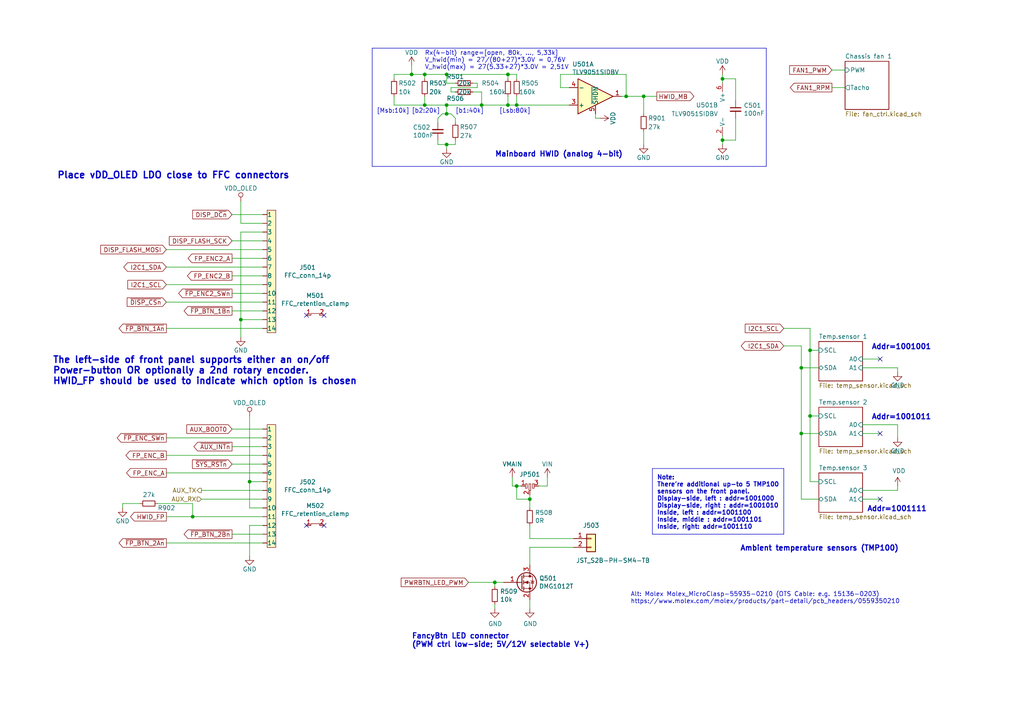
<source format=kicad_sch>
(kicad_sch (version 20231120) (generator "eeschema") (generator_version "8.0")
  (paper "A4")
  (title_block (title "Front-side and internal connectors") (date "2020-08-03") (rev "R0.1") (company "SolderingStationGroup : Jonny Svärd / Mathias Johansson / Magnus Thulesius"))
  (lib_symbols
    (symbol "Connector_Generic:Conn_01x02" (pin_names (offset 1.016) hide)
      (property "Reference" "J" (at 0 2.54 0))
      (property "Value" "Conn_01x02" (at 0 -5.08 0))
      (symbol "Conn_01x02_1_1"
        (rectangle (start -1.27 -2.413) (end 0 -2.667) (stroke (width 0.1524)))
        (rectangle (start -1.27 0.127) (end 0 -0.127) (stroke (width 0.1524)))
        (rectangle (start -1.27 1.27) (end 1.27 -3.81) (stroke (width 0.254)) (fill (type background)))
        (pin passive line (at -5.08 0 0) (length 3.81) (name "Pin_1") (number "1"))
        (pin passive line (at -5.08 -2.54 0) (length 3.81) (name "Pin_2") (number "2"))
      )
    )
    (symbol "Device:C_Small" (pin_numbers hide) (pin_names (offset 0.254) hide)
      (property "Reference" "C" (at 0.254 1.778 0))
      (property "Value" "C_Small" (at 0.254 -2.032 0))
      (symbol "C_Small_0_1"
        (polyline (pts (xy -1.524 -0.508) (xy 1.524 -0.508)) (stroke (width 0.3302)))
        (polyline (pts (xy -1.524 0.508) (xy 1.524 0.508)) (stroke (width 0.3048)))
      )
      (symbol "C_Small_1_1"
        (pin passive line (at 0 2.54 270) (length 2.032) (name "~") (number "1"))
        (pin passive line (at 0 -2.54 90) (length 2.032) (name "~") (number "2"))
      )
    )
    (symbol "Device:R_Small" (pin_numbers hide) (pin_names (offset 0.254) hide)
      (property "Reference" "R" (at 0.762 0.508 0))
      (property "Value" "R_Small" (at 0.762 -1.016 0))
      (symbol "R_Small_0_1"
        (rectangle (start -0.762 1.778) (end 0.762 -1.778) (stroke (width 0.2032)))
      )
      (symbol "R_Small_1_1"
        (pin passive line (at 0 2.54 270) (length 0.762) (name "~") (number "1"))
        (pin passive line (at 0 -2.54 90) (length 0.762) (name "~") (number "2"))
      )
    )
    (symbol "customlib_mj:DMG1012T" (pin_names (offset 0) hide)
      (property "Reference" "Q" (at -1.27 -3.81 0))
      (property "Value" "DMG1012T" (at 5.715 0 90))
      (symbol "DMG1012T_0_1"
        (polyline (pts (xy 0.0508 0) (xy 0.254 0)))
        (polyline (pts (xy 0.762 -1.778) (xy 2.54 -1.778)))
        (polyline (pts (xy 0.762 -1.27) (xy 0.762 -2.286)) (stroke (width 0.254)))
        (polyline (pts (xy 0.762 0) (xy 2.54 0)))
        (polyline (pts (xy 0.762 0.508) (xy 0.762 -0.508)) (stroke (width 0.254)))
        (polyline (pts (xy 0.762 1.778) (xy 2.54 1.778)))
        (polyline (pts (xy 0.762 2.286) (xy 0.762 1.27)) (stroke (width 0.254)))
        (polyline (pts (xy 2.54 -1.778) (xy 2.54 -2.54)))
        (polyline (pts (xy 2.54 -1.778) (xy 2.54 0)))
        (polyline (pts (xy 2.54 2.54) (xy 2.54 1.778)))
        (polyline (pts (xy 0.254 1.905) (xy 0.254 -1.905) (xy 0.254 -1.905)) (stroke (width 0.254)))
        (polyline (pts (xy 1.016 0) (xy 2.032 0.381) (xy 2.032 -0.381) (xy 1.016 0)) (fill (type outline)))
        (polyline (pts (xy 2.54 -1.778) (xy 3.302 -1.778) (xy 3.302 1.778) (xy 2.54 1.778)))
        (polyline (pts (xy 2.794 0.508) (xy 2.921 0.381) (xy 3.683 0.381) (xy 3.81 0.254)))
        (polyline (pts (xy 3.302 0.381) (xy 2.921 -0.254) (xy 3.683 -0.254) (xy 3.302 0.381)))
        (circle (center 1.651 0) (radius 2.8194) (stroke (width 0.254)))
        (circle (center 2.54 -1.778) (radius 0.2794) (fill (type outline)))
        (circle (center 2.54 1.778) (radius 0.2794) (fill (type outline)))
      )
      (symbol "DMG1012T_1_1"
        (pin input line (at -5.08 0 0) (length 5.08) (name "G") (number "1"))
        (pin passive line (at 2.54 -5.08 90) (length 2.54) (name "S") (number "2"))
        (pin passive line (at 2.54 5.08 270) (length 2.54) (name "D") (number "3"))
      )
    )
    (symbol "customlib_mj:FFC_conn_14p" (pin_numbers hide) (pin_names (offset 0.0254))
      (property "Reference" "J" (at 0 -19.05 0))
      (property "Value" "FFC_conn_14p" (at 2.54 0 90))
      (symbol "FFC_conn_14p_0_1"
        (rectangle (start -1.27 17.78) (end 1.27 -17.78) (fill (type background)))
      )
      (symbol "FFC_conn_14p_1_1"
        (pin passive line (at -2.54 16.51 0) (length 1.27) (name "1") (number "1"))
        (pin passive line (at -2.54 -6.35 0) (length 1.27) (name "10") (number "10"))
        (pin passive line (at -2.54 -8.89 0) (length 1.27) (name "11") (number "11"))
        (pin passive line (at -2.54 -11.43 0) (length 1.27) (name "12") (number "12"))
        (pin passive line (at -2.54 -13.97 0) (length 1.27) (name "13") (number "13"))
        (pin passive line (at -2.54 -16.51 0) (length 1.27) (name "14") (number "14"))
        (pin no_connect line (at 2.54 17.78 180) (length 1.27) hide (name "~") (number "15"))
        (pin no_connect line (at 2.54 -17.78 180) (length 1.27) hide (name "~") (number "16"))
        (pin passive line (at -2.54 13.97 0) (length 1.27) (name "2") (number "2"))
        (pin passive line (at -2.54 11.43 0) (length 1.27) (name "3") (number "3"))
        (pin passive line (at -2.54 8.89 0) (length 1.27) (name "4") (number "4"))
        (pin passive line (at -2.54 6.35 0) (length 1.27) (name "5") (number "5"))
        (pin passive line (at -2.54 3.81 0) (length 1.27) (name "6") (number "6"))
        (pin passive line (at -2.54 1.27 0) (length 1.27) (name "7") (number "7"))
        (pin passive line (at -2.54 -1.27 0) (length 1.27) (name "8") (number "8"))
        (pin passive line (at -2.54 -3.81 0) (length 1.27) (name "9") (number "9"))
      )
    )
    (symbol "customlib_mj:FFC_retention_clamp" (pin_names (offset 1.016))
      (property "Reference" "M" (at 0 2.54 0))
      (property "Value" "FFC_retention_clamp" (at 0 -1.27 0))
      (symbol "FFC_retention_clamp_0_1"
        (polyline (pts (xy -1.27 0) (xy -1.27 0.508) (xy 1.27 0.508) (xy 1.27 0)))
      )
      (symbol "FFC_retention_clamp_1_1"
        (pin passive line (at -2.54 0 0) (length 1.27) (name "~") (number "1"))
        (pin passive line (at 2.54 0 180) (length 1.27) (name "~") (number "2"))
      )
    )
    (symbol "customlib_mj:TLV9051SIDBV" (pin_names (offset 0.127))
      (property "Reference" "U" (at 1.27 3.81 0))
      (property "Value" "TLV9051SIDBV" (at -2.54 -5.08 0))
      (symbol "TLV9051SIDBV_1_1"
        (polyline (pts (xy -5.08 5.08) (xy 5.08 0) (xy -5.08 -5.08) (xy -5.08 5.08)) (stroke (width 0.254)) (fill (type background)))
        (pin output line (at 7.62 0 180) (length 2.54) (name "~") (number "1"))
        (pin input line (at -7.62 2.54 0) (length 2.54) (name "+") (number "3"))
        (pin input line (at -7.62 -2.54 0) (length 2.54) (name "-") (number "4"))
        (pin input line (at 0 5.08 270) (length 2.54) (name "~{SHDN}") (number "5"))
      )
      (symbol "TLV9051SIDBV_2_1"
        (pin power_in line (at 0 -7.62 90) (length 2.54) (name "V-") (number "2"))
        (pin power_in line (at 0 7.62 270) (length 2.54) (name "V+") (number "6"))
      )
    )
    (symbol "customlib_mj:VDD_OLED" (power) (pin_names (offset 0))
      (property "Value" "VDD_OLED" (at 0 3.81 0))
      (symbol "VDD_OLED_0_1"
        (polyline (pts (xy 0 0) (xy 0 1.27)))
        (circle (center 0 1.905) (radius 0.635))
      )
      (symbol "VDD_OLED_1_1"
        (pin power_in line (at 0 0 90) (length 0) hide (name "VDD_OLED") (number "1"))
      )
    )
    (symbol "customlib_mj:VIN" (power) (pin_names (offset 0))
      (property "Value" "VIN" (at 0 3.81 0))
      (symbol "VIN_0_1"
        (polyline (pts (xy -0.762 1.27) (xy 0 2.54)))
        (polyline (pts (xy 0 0) (xy 0 2.54)))
        (polyline (pts (xy 0 2.54) (xy 0.762 1.27)))
      )
      (symbol "VIN_1_1"
        (pin power_in line (at 0 0 90) (length 0) hide (name "VIN") (number "1"))
      )
    )
    (symbol "customlib_mj:VMAIN" (power) (pin_names (offset 0))
      (property "Value" "VMAIN" (at 0 3.81 0))
      (symbol "VMAIN_0_1"
        (polyline (pts (xy -0.762 1.27) (xy 0 2.54)))
        (polyline (pts (xy 0 0) (xy 0 2.54)))
        (polyline (pts (xy 0 2.54) (xy 0.762 1.27)))
      )
      (symbol "VMAIN_1_1"
        (pin power_in line (at 0 0 90) (length 0) hide (name "VMAIN") (number "1"))
      )
    )
    (symbol "customlib_mj:dogbone_3_ud" (pin_names (offset 1.016))
      (property "Reference" "JP" (at 0 1.905 0))
      (symbol "dogbone_3_ud_0_1"
        (rectangle (start -1.27 0.635) (end -0.762 -0.635))
        (rectangle (start -0.254 0.635) (end 0.254 -1.27))
        (rectangle (start 1.27 0.635) (end 0.762 -0.635))
      )
      (symbol "dogbone_3_ud_1_1"
        (pin passive line (at -2.54 0 0) (length 1.27) (name "~") (number "1"))
        (pin passive line (at 0 -2.54 90) (length 1.27) (name "~") (number "2"))
        (pin passive line (at 2.54 0 180) (length 1.27) (name "~") (number "3"))
      )
    )
    (symbol "power:GND" (power) (pin_names (offset 0))
      (property "Value" "GND" (at 0 -3.81 0))
      (symbol "GND_0_1"
        (polyline (pts (xy 0 0) (xy 0 -1.27) (xy 1.27 -1.27) (xy 0 -2.54) (xy -1.27 -1.27) (xy 0 -1.27)))
      )
      (symbol "GND_1_1"
        (pin power_in line (at 0 0 270) (length 0) hide (name "GND") (number "1"))
      )
    )
    (symbol "power:VDD" (power) (pin_names (offset 0))
      (property "Value" "VDD" (at 0 3.81 0))
      (symbol "VDD_0_1"
        (polyline (pts (xy -0.762 1.27) (xy 0 2.54)))
        (polyline (pts (xy 0 0) (xy 0 2.54)))
        (polyline (pts (xy 0 2.54) (xy 0.762 1.27)))
      )
      (symbol "VDD_1_1"
        (pin power_in line (at 0 0 90) (length 0) hide (name "VDD") (number "1"))
      )
    )
  )
  (junction (at 129.54 33.02))
  (junction (at 129.54 30.48))
  (junction (at 123.19 30.48))
  (junction (at 147.32 21.59))
  (junction (at 181.61 27.94))
  (junction (at 72.39 139.7))
  (junction (at 147.32 30.48))
  (junction (at 232.41 106.68))
  (junction (at 139.7 30.48))
  (junction (at 123.19 21.59))
  (junction (at 209.55 22.86))
  (junction (at 119.38 21.59))
  (junction (at 129.54 21.59))
  (junction (at 209.55 40.64))
  (junction (at 232.41 125.73))
  (junction (at 153.67 144.78))
  (junction (at 143.51 168.91))
  (junction (at 234.95 101.6))
  (junction (at 69.85 92.71))
  (junction (at 55.88 149.86))
  (junction (at 149.86 140.97))
  (junction (at 129.54 41.91))
  (junction (at 186.69 27.94))
  (junction (at 149.86 30.48))
  (junction (at 234.95 120.65))
  (no_connect (at 88.9 152.4))
  (no_connect (at 93.98 152.4))
  (no_connect (at 255.27 144.78))
  (no_connect (at 93.98 91.44))
  (no_connect (at 88.9 91.44))
  (no_connect (at 255.27 104.14))
  (no_connect (at 255.27 125.73))
  (wire (pts (xy 69.85 92.71) (xy 69.85 97.79)))
  (wire (pts (xy 130.81 33.02) (xy 129.54 33.02)))
  (wire (pts (xy 132.08 34.29) (xy 130.81 33.02)))
  (wire (pts (xy 76.2 82.55) (xy 48.26 82.55)))
  (wire (pts (xy 76.2 90.17) (xy 67.31 90.17)))
  (wire (pts (xy 260.35 142.24) (xy 260.35 140.97)))
  (wire (pts (xy 76.2 127) (xy 48.26 127)))
  (wire (pts (xy 132.08 35.56) (xy 132.08 34.29)))
  (wire (pts (xy 76.2 62.23) (xy 67.31 62.23)))
  (wire (pts (xy 123.19 22.86) (xy 123.19 21.59)))
  (wire (pts (xy 260.35 107.95) (xy 260.35 106.68)))
  (wire (pts (xy 153.67 144.78) (xy 153.67 143.51)))
  (wire (pts (xy 234.95 101.6) (xy 234.95 95.25)))
  (wire (pts (xy 67.31 80.01) (xy 76.2 80.01)))
  (wire (pts (xy 149.86 30.48) (xy 165.1 30.48)))
  (wire (pts (xy 76.2 137.16) (xy 48.26 137.16)))
  (wire (pts (xy 123.19 30.48) (xy 129.54 30.48)))
  (wire (pts (xy 135.89 168.91) (xy 143.51 168.91)))
  (wire (pts (xy 209.55 40.64) (xy 209.55 39.37)))
  (wire (pts (xy 69.85 67.31) (xy 69.85 92.71)))
  (wire (pts (xy 35.56 146.05) (xy 40.64 146.05)))
  (polyline (pts (xy 227.33 154.94) (xy 227.33 135.89)))
  (wire (pts (xy 72.39 120.65) (xy 72.39 139.7)))
  (wire (pts (xy 162.56 25.4) (xy 162.56 21.59)))
  (wire (pts (xy 250.19 104.14) (xy 255.27 104.14)))
  (wire (pts (xy 147.32 21.59) (xy 149.86 21.59)))
  (wire (pts (xy 76.2 87.63) (xy 48.26 87.63)))
  (wire (pts (xy 69.85 64.77) (xy 69.85 58.42)))
  (wire (pts (xy 67.31 74.93) (xy 76.2 74.93)))
  (wire (pts (xy 186.69 27.94) (xy 190.5 27.94)))
  (wire (pts (xy 234.95 139.7) (xy 234.95 120.65)))
  (wire (pts (xy 130.81 25.4) (xy 130.81 26.67)))
  (wire (pts (xy 213.36 22.86) (xy 209.55 22.86)))
  (wire (pts (xy 209.55 41.91) (xy 209.55 40.64)))
  (wire (pts (xy 76.2 129.54) (xy 67.31 129.54)))
  (polyline (pts (xy 107.95 13.97) (xy 107.95 48.26)))
  (wire (pts (xy 137.16 24.13) (xy 138.43 24.13)))
  (wire (pts (xy 250.19 142.24) (xy 260.35 142.24)))
  (wire (pts (xy 260.35 106.68) (xy 250.19 106.68)))
  (wire (pts (xy 260.35 123.19) (xy 250.19 123.19)))
  (wire (pts (xy 137.16 26.67) (xy 139.7 26.67)))
  (wire (pts (xy 119.38 21.59) (xy 123.19 21.59)))
  (polyline (pts (xy 222.25 13.97) (xy 107.95 13.97)))
  (polyline (pts (xy 107.95 48.26) (xy 222.25 48.26)))
  (wire (pts (xy 234.95 95.25) (xy 227.33 95.25)))
  (wire (pts (xy 153.67 163.83) (xy 153.67 158.75)))
  (wire (pts (xy 72.39 139.7) (xy 76.2 139.7)))
  (wire (pts (xy 114.3 30.48) (xy 123.19 30.48)))
  (wire (pts (xy 76.2 77.47) (xy 48.26 77.47)))
  (wire (pts (xy 153.67 152.4) (xy 153.67 156.21)))
  (wire (pts (xy 129.54 21.59) (xy 147.32 21.59)))
  (wire (pts (xy 181.61 27.94) (xy 180.34 27.94)))
  (wire (pts (xy 143.51 170.18) (xy 143.51 168.91)))
  (wire (pts (xy 119.38 19.05) (xy 119.38 21.59)))
  (wire (pts (xy 149.86 27.94) (xy 149.86 30.48)))
  (wire (pts (xy 147.32 27.94) (xy 147.32 30.48)))
  (wire (pts (xy 76.2 144.78) (xy 58.42 144.78)))
  (wire (pts (xy 213.36 40.64) (xy 213.36 34.29)))
  (wire (pts (xy 234.95 120.65) (xy 234.95 101.6)))
  (wire (pts (xy 128.27 33.02) (xy 127 34.29)))
  (wire (pts (xy 76.2 142.24) (xy 58.42 142.24)))
  (wire (pts (xy 127 40.64) (xy 127 41.91)))
  (wire (pts (xy 260.35 127) (xy 260.35 123.19)))
  (polyline (pts (xy 227.33 135.89) (xy 189.23 135.89)))
  (wire (pts (xy 129.54 30.48) (xy 139.7 30.48)))
  (wire (pts (xy 130.81 26.67) (xy 132.08 26.67)))
  (wire (pts (xy 153.67 158.75) (xy 166.37 158.75)))
  (wire (pts (xy 132.08 24.13) (xy 129.54 24.13)))
  (wire (pts (xy 55.88 146.05) (xy 55.88 149.86)))
  (wire (pts (xy 148.59 140.97) (xy 149.86 140.97)))
  (wire (pts (xy 241.3 20.32) (xy 245.11 20.32)))
  (wire (pts (xy 173.99 34.29) (xy 172.72 34.29)))
  (wire (pts (xy 76.2 132.08) (xy 48.26 132.08)))
  (wire (pts (xy 213.36 29.21) (xy 213.36 22.86)))
  (wire (pts (xy 245.11 25.4) (xy 241.3 25.4)))
  (wire (pts (xy 209.55 40.64) (xy 213.36 40.64)))
  (wire (pts (xy 35.56 147.32) (xy 35.56 146.05)))
  (wire (pts (xy 153.67 156.21) (xy 166.37 156.21)))
  (wire (pts (xy 138.43 25.4) (xy 130.81 25.4)))
  (wire (pts (xy 76.2 147.32) (xy 72.39 147.32)))
  (wire (pts (xy 69.85 67.31) (xy 76.2 67.31)))
  (wire (pts (xy 162.56 21.59) (xy 181.61 21.59)))
  (wire (pts (xy 138.43 24.13) (xy 138.43 25.4)))
  (wire (pts (xy 76.2 72.39) (xy 48.26 72.39)))
  (wire (pts (xy 76.2 64.77) (xy 69.85 64.77)))
  (wire (pts (xy 72.39 152.4) (xy 72.39 161.29)))
  (wire (pts (xy 153.67 147.32) (xy 153.67 144.78)))
  (polyline (pts (xy 189.23 154.94) (xy 227.33 154.94)))
  (wire (pts (xy 250.19 144.78) (xy 255.27 144.78)))
  (wire (pts (xy 139.7 30.48) (xy 147.32 30.48)))
  (wire (pts (xy 67.31 85.09) (xy 76.2 85.09)))
  (wire (pts (xy 237.49 120.65) (xy 234.95 120.65)))
  (wire (pts (xy 232.41 144.78) (xy 232.41 125.73)))
  (wire (pts (xy 156.21 140.97) (xy 158.75 140.97)))
  (wire (pts (xy 127 35.56) (xy 127 34.29)))
  (wire (pts (xy 114.3 21.59) (xy 119.38 21.59)))
  (wire (pts (xy 129.54 41.91) (xy 129.54 43.18)))
  (wire (pts (xy 237.49 144.78) (xy 232.41 144.78)))
  (wire (pts (xy 45.72 146.05) (xy 55.88 146.05)))
  (wire (pts (xy 114.3 22.86) (xy 114.3 21.59)))
  (wire (pts (xy 172.72 34.29) (xy 172.72 33.02)))
  (wire (pts (xy 76.2 134.62) (xy 67.31 134.62)))
  (wire (pts (xy 165.1 25.4) (xy 162.56 25.4)))
  (wire (pts (xy 186.69 41.91) (xy 186.69 38.1)))
  (wire (pts (xy 143.51 176.53) (xy 143.51 175.26)))
  (wire (pts (xy 209.55 24.13) (xy 209.55 22.86)))
  (wire (pts (xy 72.39 147.32) (xy 72.39 139.7)))
  (wire (pts (xy 149.86 21.59) (xy 149.86 22.86)))
  (wire (pts (xy 48.26 157.48) (xy 76.2 157.48)))
  (wire (pts (xy 132.08 41.91) (xy 132.08 40.64)))
  (wire (pts (xy 127 41.91) (xy 129.54 41.91)))
  (wire (pts (xy 123.19 21.59) (xy 129.54 21.59)))
  (wire (pts (xy 149.86 140.97) (xy 149.86 144.78)))
  (wire (pts (xy 232.41 100.33) (xy 227.33 100.33)))
  (polyline (pts (xy 189.23 135.89) (xy 189.23 154.94)))
  (wire (pts (xy 147.32 22.86) (xy 147.32 21.59)))
  (wire (pts (xy 186.69 33.02) (xy 186.69 27.94)))
  (wire (pts (xy 250.19 125.73) (xy 255.27 125.73)))
  (wire (pts (xy 158.75 140.97) (xy 158.75 138.43)))
  (wire (pts (xy 147.32 30.48) (xy 149.86 30.48)))
  (wire (pts (xy 76.2 92.71) (xy 69.85 92.71)))
  (wire (pts (xy 76.2 124.46) (xy 67.31 124.46)))
  (wire (pts (xy 76.2 95.25) (xy 48.26 95.25)))
  (wire (pts (xy 153.67 173.99) (xy 153.67 176.53)))
  (wire (pts (xy 232.41 106.68) (xy 232.41 100.33)))
  (wire (pts (xy 76.2 149.86) (xy 55.88 149.86)))
  (wire (pts (xy 209.55 22.86) (xy 209.55 21.59)))
  (wire (pts (xy 76.2 69.85) (xy 67.31 69.85)))
  (wire (pts (xy 143.51 168.91) (xy 146.05 168.91)))
  (wire (pts (xy 149.86 140.97) (xy 151.13 140.97)))
  (wire (pts (xy 237.49 125.73) (xy 232.41 125.73)))
  (wire (pts (xy 55.88 149.86) (xy 48.26 149.86)))
  (wire (pts (xy 237.49 106.68) (xy 232.41 106.68)))
  (wire (pts (xy 148.59 138.43) (xy 148.59 140.97)))
  (wire (pts (xy 129.54 24.13) (xy 129.54 21.59)))
  (wire (pts (xy 139.7 26.67) (xy 139.7 30.48)))
  (wire (pts (xy 129.54 33.02) (xy 129.54 30.48)))
  (polyline (pts (xy 222.25 48.26) (xy 222.25 13.97)))
  (wire (pts (xy 237.49 139.7) (xy 234.95 139.7)))
  (wire (pts (xy 76.2 152.4) (xy 72.39 152.4)))
  (wire (pts (xy 76.2 154.94) (xy 67.31 154.94)))
  (wire (pts (xy 129.54 33.02) (xy 128.27 33.02)))
  (wire (pts (xy 232.41 125.73) (xy 232.41 106.68)))
  (wire (pts (xy 129.54 41.91) (xy 132.08 41.91)))
  (wire (pts (xy 149.86 144.78) (xy 153.67 144.78)))
  (wire (pts (xy 237.49 101.6) (xy 234.95 101.6)))
  (wire (pts (xy 181.61 27.94) (xy 186.69 27.94)))
  (wire (pts (xy 123.19 27.94) (xy 123.19 30.48)))
  (wire (pts (xy 114.3 27.94) (xy 114.3 30.48)))
  (wire (pts (xy 181.61 21.59) (xy 181.61 27.94)))
  (text "Addr=1001011" (at 252.73 121.92 0) (effects (font (size 1.524 1.524) (thickness 0.3048) (bold yes)) (justify left bottom)))
  (text "Alt: Molex Molex_MicroClasp-55935-0210 (OTS Cable: e.g. 15136-0203)\nhttps://www.molex.com/molex/products/part-detail/pcb_headers/0559350210" (at 182.88 175.26 0) (effects (font (size 1.27 1.27)) (justify left bottom)))
  (text "Rx(4-bit) range=[open, 80k, ..., 5,33k]\nV_hwid(min) = 27/(80+27)*3.0V = 0,76V\nV_hwid(max) = 27(5.33+27)*3.0V = 2,51V" (at 123.19 20.32 0) (effects (font (size 1.27 1.27)) (justify left bottom)))
  (text "[b2:20k]" (at 119.38 33.02 0) (effects (font (size 1.27 1.27)) (justify left bottom)))
  (text "[Lsb:80k]" (at 144.78 33.02 0) (effects (font (size 1.27 1.27)) (justify left bottom)))
  (text "Addr=1001001" (at 252.73 101.6 0) (effects (font (size 1.524 1.524) (thickness 0.3048) (bold yes)) (justify left bottom)))
  (text "Note:\nThere're additional up-to 5 TMP100\nsensors on the front panel.\nDisplay-side, left : addr=1001000\nDisplay-side, right : addr=1001010\nInside, left : addr=1001100\nInside, middle : addr=1001101\nInside, right: addr=1001110 " (at 190.5 153.67 0) (effects (font (size 1.27 1.27) (thickness 0.254) (bold yes)) (justify left bottom)))
  (text "The left-side of front panel supports either an on/off\nPower-button OR optionally a 2nd rotary encoder.\nHWID_FP should be used to indicate which option is chosen" (at 15.24 111.76 0) (effects (font (size 1.905 1.905) (thickness 0.381) (bold yes)) (justify left bottom)))
  (text "Ambient temperature sensors (TMP100)" (at 214.63 160.02 0) (effects (font (size 1.524 1.524) (thickness 0.3048) (bold yes)) (justify left bottom)))
  (text "Place vDD_OLED LDO close to FFC connectors" (at 16.51 52.07 0) (effects (font (size 1.905 1.905) (thickness 0.381) (bold yes)) (justify left bottom)))
  (text "Addr=1001111" (at 251.46 148.59 0) (effects (font (size 1.524 1.524) (thickness 0.3048) (bold yes)) (justify left bottom)))
  (text "FancyBtn LED connector \n(PWM ctrl low-side; 5V/12V selectable V+)" (at 119.38 187.96 0) (effects (font (size 1.524 1.524) (thickness 0.3048) (bold yes)) (justify left bottom)))
  (text "Mainboard HWID (analog 4-bit)" (at 143.51 45.72 0) (effects (font (size 1.524 1.524) (thickness 0.3048) (bold yes)) (justify left bottom)))
  (text "[Msb:10k]" (at 109.22 33.02 0) (effects (font (size 1.27 1.27)) (justify left bottom)))
  (text "[b1:40k]" (at 132.08 33.02 0) (effects (font (size 1.27 1.27)) (justify left bottom)))
  (global_label "I2C1_SCL" (shape input) (at 227.33 95.25 180) (property "Intersheetrefs" "${INTERSHEET_REFS}" (effects (hide yes))))
  (global_label "~{SYS_RSTn}" (shape input) (at 67.31 134.62 180) (property "Intersheetrefs" "${INTERSHEET_REFS}" (effects (hide yes))))
  (global_label "~{AUX_INTn}" (shape output) (at 67.31 129.54 180) (property "Intersheetrefs" "${INTERSHEET_REFS}" (effects (hide yes))))
  (global_label "~{FP_BTN_1Bn}" (shape output) (at 67.31 90.17 180) (property "Intersheetrefs" "${INTERSHEET_REFS}" (effects (hide yes))))
  (global_label "~{DISP_CSn}" (shape input) (at 48.26 87.63 180) (property "Intersheetrefs" "${INTERSHEET_REFS}" (effects (hide yes))))
  (global_label "DISP_FLASH_SCK" (shape input) (at 67.31 69.85 180) (property "Intersheetrefs" "${INTERSHEET_REFS}" (effects (hide yes))))
  (global_label "PWRBTN_LED_PWM" (shape input) (at 135.89 168.91 180) (property "Intersheetrefs" "${INTERSHEET_REFS}" (effects (hide yes))))
  (global_label "FP_ENC2_B" (shape output) (at 67.31 80.01 180) (property "Intersheetrefs" "${INTERSHEET_REFS}" (effects (hide yes))))
  (global_label "~{FP_BTN_2Bn}" (shape output) (at 67.31 154.94 180) (property "Intersheetrefs" "${INTERSHEET_REFS}" (effects (hide yes))))
  (global_label "FP_ENC_A" (shape output) (at 48.26 137.16 180) (property "Intersheetrefs" "${INTERSHEET_REFS}" (effects (hide yes))))
  (global_label "FAN1_RPM" (shape output) (at 241.3 25.4 180) (property "Intersheetrefs" "${INTERSHEET_REFS}" (effects (hide yes))))
  (global_label "FP_ENC2_A" (shape output) (at 67.31 74.93 180) (property "Intersheetrefs" "${INTERSHEET_REFS}" (effects (hide yes))))
  (global_label "~{FP_ENC2_SWn}" (shape output) (at 67.31 85.09 180) (property "Intersheetrefs" "${INTERSHEET_REFS}" (effects (hide yes))))
  (global_label "FP_ENC_B" (shape output) (at 48.26 132.08 180) (property "Intersheetrefs" "${INTERSHEET_REFS}" (effects (hide yes))))
  (global_label "I2C1_SDA" (shape bidirectional) (at 48.26 77.47 180) (property "Intersheetrefs" "${INTERSHEET_REFS}" (effects (hide yes))))
  (global_label "~{FP_BTN_2An}" (shape output) (at 48.26 157.48 180) (property "Intersheetrefs" "${INTERSHEET_REFS}" (effects (hide yes))))
  (global_label "~{FP_ENC_SWn}" (shape output) (at 48.26 127 180) (property "Intersheetrefs" "${INTERSHEET_REFS}" (effects (hide yes))))
  (global_label "I2C1_SDA" (shape bidirectional) (at 227.33 100.33 180) (property "Intersheetrefs" "${INTERSHEET_REFS}" (effects (hide yes))))
  (global_label "~{FP_BTN_1An}" (shape output) (at 48.26 95.25 180) (property "Intersheetrefs" "${INTERSHEET_REFS}" (effects (hide yes))))
  (global_label "DISP_FLASH_MOSI" (shape input) (at 48.26 72.39 180) (property "Intersheetrefs" "${INTERSHEET_REFS}" (effects (hide yes))))
  (global_label "HWID_MB" (shape output) (at 190.5 27.94 0) (property "Intersheetrefs" "${INTERSHEET_REFS}" (effects (hide yes))))
  (global_label "AUX_BOOT0" (shape input) (at 67.31 124.46 180) (property "Intersheetrefs" "${INTERSHEET_REFS}" (effects (hide yes))))
  (global_label "HWID_FP" (shape output) (at 48.26 149.86 180) (property "Intersheetrefs" "${INTERSHEET_REFS}" (effects (hide yes))))
  (global_label "I2C1_SCL" (shape input) (at 48.26 82.55 180) (property "Intersheetrefs" "${INTERSHEET_REFS}" (effects (hide yes))))
  (global_label "DISP_D~{Cn}" (shape input) (at 67.31 62.23 180) (property "Intersheetrefs" "${INTERSHEET_REFS}" (effects (hide yes))))
  (global_label "FAN1_PWM" (shape input) (at 241.3 20.32 180) (property "Intersheetrefs" "${INTERSHEET_REFS}" (effects (hide yes))))
  (hierarchical_label "AUX_TX" (shape output) (at 58.42 142.24 180))
  (hierarchical_label "AUX_RX" (shape input) (at 58.42 144.78 180))
  (symbol (lib_id "customlib_mj:VIN") (at 158.75 138.43 0) (unit 1)
    (property "Reference" "#PWR0512" (effects (hide yes)))
    (property "Value" "VIN" (at 158.75 134.62 0))
  )
  (symbol (lib_id "customlib_mj:VMAIN") (at 148.59 138.43 0) (unit 1)
    (property "Reference" "#PWR0511" (effects (hide yes)))
    (property "Value" "VMAIN" (at 148.59 134.62 0))
  )
  (symbol (lib_id "customlib_mj:DMG1012T") (at 151.13 168.91 0) (unit 1)
    (property "Reference" "Q501" (at 156.3624 167.7416 0) (effects (justify left)))
    (property "Value" "DMG1012T" (at 161.3408 170.053 0))
    (property "Footprint" "customlib_mj_fp:SOT-523_handsoldering" (effects (hide yes)))
    (property "Datasheet" "https://www.diodes.com/assets/Datasheets/ds31783.pdf" (effects (hide yes)))
    (property "JLC_part" "Extended" (effects (hide yes)))
    (property "LCSC" "C143044" (effects (hide yes)))
  )
  (symbol (lib_id "power:GND") (at 153.67 176.53 0) (unit 1)
    (property "Reference" "#PWR0516" (effects (hide yes)))
    (property "Value" "GND" (at 153.797 180.9242 0))
  )
  (symbol (lib_id "Device:R_Small") (at 143.51 172.72 0) (unit 1)
    (property "Reference" "R509" (at 145.0086 171.5516 0) (effects (justify left)))
    (property "Value" "10k" (at 145.0086 173.863 0) (effects (justify left)))
    (property "Footprint" "Resistor_SMD:R_0402_1005Metric" (effects (hide yes)))
    (property "JLC_part" "Basic" (effects (hide yes)))
    (property "LCSC" "C25744" (effects (hide yes)))
  )
  (symbol (lib_id "power:GND") (at 143.51 176.53 0) (unit 1)
    (property "Reference" "#PWR0515" (effects (hide yes)))
    (property "Value" "GND" (at 143.637 180.9242 0))
  )
  (symbol (lib_id "customlib_mj:FFC_conn_14p") (at 78.74 78.74 0) (unit 1)
    (property "Reference" "J501" (at 89.2048 77.5716 0))
    (property "Value" "FFC_conn_14p" (at 89.2048 79.883 0))
    (property "Footprint" "customlib_mj_fp:FPC_14p_05mm-Molex_5052781433" (effects (hide yes)))
    (property "Datasheet" "https://www.we-online.com/catalog/datasheet/687114182122.pdf" (effects (hide yes)))
  )
  (symbol (lib_id "customlib_mj:FFC_conn_14p") (at 78.74 140.97 0) (unit 1)
    (property "Reference" "J502" (at 89.2048 139.8016 0))
    (property "Value" "FFC_conn_14p" (at 89.2048 142.113 0))
    (property "Footprint" "customlib_mj_fp:FPC_14p_05mm-Molex_5052781433" (effects (hide yes)))
    (property "Datasheet" "https://www.we-online.com/catalog/datasheet/687114182122.pdf" (effects (hide yes)))
  )
  (symbol (lib_id "Connector_Generic:Conn_01x02") (at 171.45 156.21 0) (unit 1)
    (property "Reference" "J503" (at 171.45 152.4 0))
    (property "Value" "JST_S2B-PH-SM4-TB" (at 177.8 162.56 0))
    (property "Footprint" "customlib_mj_fp:JST_PH_S2B-PH-SM4-TB_1x02-1MP_P2.00mm_Horizontal" (effects (hide yes)))
  )
  (symbol (lib_id "customlib_mj:FFC_retention_clamp") (at 91.44 91.44 0) (unit 1)
    (property "Reference" "M501" (at 91.44 85.725 0))
    (property "Value" "FFC_retention_clamp" (at 91.44 88.0364 0))
    (property "Footprint" "customlib_mj_fp:FFC_retention_clamp_14pin_7_5mm" (effects (hide yes)))
  )
  (symbol (lib_id "customlib_mj:FFC_retention_clamp") (at 91.44 152.4 0) (unit 1)
    (property "Reference" "M502" (at 91.44 146.685 0))
    (property "Value" "FFC_retention_clamp" (at 91.44 148.9964 0))
    (property "Footprint" "customlib_mj_fp:FFC_retention_clamp_14pin_7_5mm" (effects (hide yes)))
  )
  (symbol (lib_id "customlib_mj:dogbone_3_ud") (at 153.67 140.97 0) (unit 1)
    (property "Reference" "JP501" (at 153.67 137.5918 0))
    (property "Value" "dogbone_3_ud" (effects (hide yes)))
    (property "Footprint" "customlib_mj_fp:db3_ud_0402" (effects (hide yes)))
  )
  (symbol (lib_id "power:GND") (at 260.35 107.95 0) (unit 1)
    (property "Reference" "#PWR0508" (effects (hide yes)))
    (property "Value" "GND" (at 260.35 111.76 0))
  )
  (symbol (lib_id "power:GND") (at 260.35 127 0) (unit 1)
    (property "Reference" "#PWR0510" (effects (hide yes)))
    (property "Value" "GND" (at 260.35 130.81 0))
  )
  (symbol (lib_id "power:VDD") (at 260.35 140.97 0) (unit 1)
    (property "Reference" "#PWR0513" (effects (hide yes)))
    (property "Value" "VDD" (at 260.731 136.5758 0))
  )
  (symbol (lib_id "Device:R_Small") (at 153.67 149.86 0) (unit 1)
    (property "Reference" "R508" (at 155.1686 148.6916 0) (effects (justify left)))
    (property "Value" "0R" (at 155.1686 151.003 0) (effects (justify left)))
    (property "Footprint" "Resistor_SMD:R_0402_1005Metric" (effects (hide yes)))
    (property "JLC_part" "Basic" (effects (hide yes)))
    (property "LCSC" "C17168" (effects (hide yes)))
  )
  (symbol (lib_id "power:GND") (at 69.85 97.79 0) (unit 1)
    (property "Reference" "#PWR0507" (effects (hide yes)))
    (property "Value" "GND" (at 69.85 101.6 0))
  )
  (symbol (lib_id "Device:R_Small") (at 114.3 25.4 0) (unit 1)
    (property "Reference" "R502" (at 115.57 24.13 0) (effects (justify left)))
    (property "Value" "10k" (at 115.57 26.67 0) (effects (justify left)))
    (property "Footprint" "Resistor_SMD:R_0402_1005Metric" (effects (hide yes)))
    (property "JLC_part" "Basic" (effects (hide yes)))
    (property "LCSC" "C25744" (effects (hide yes)))
  )
  (symbol (lib_id "Device:R_Small") (at 134.62 24.13 90) (unit 1)
    (property "Reference" "R501" (at 134.62 22.225 90) (effects (justify left)))
    (property "Value" "20k" (at 136.525 24.13 90) (effects (justify left)))
    (property "Footprint" "Resistor_SMD:R_0402_1005Metric" (effects (hide yes)))
    (property "JLC_part" "Basic" (effects (hide yes)))
    (property "LCSC" "C25765" (effects (hide yes)))
  )
  (symbol (lib_id "Device:R_Small") (at 134.62 26.67 90) (unit 1)
    (property "Reference" "R506" (at 134.62 28.575 90) (effects (justify left)))
    (property "Value" "20k" (at 136.525 26.67 90) (effects (justify left)))
    (property "Footprint" "Resistor_SMD:R_0402_1005Metric" (effects (hide yes)))
    (property "JLC_part" "Basic" (effects (hide yes)))
    (property "LCSC" "C25765" (effects (hide yes)))
  )
  (symbol (lib_id "Device:R_Small") (at 123.19 25.4 0) (unit 1)
    (property "Reference" "R503" (at 124.46 24.13 0) (effects (justify left)))
    (property "Value" "20k" (at 124.46 26.67 0) (effects (justify left)))
    (property "Footprint" "Resistor_SMD:R_0402_1005Metric" (effects (hide yes)))
    (property "JLC_part" "Basic" (effects (hide yes)))
    (property "LCSC" "C25765" (effects (hide yes)))
  )
  (symbol (lib_id "Device:R_Small") (at 149.86 25.4 0) (unit 1)
    (property "Reference" "R505" (at 151.13 24.13 0) (effects (justify left)))
    (property "Value" "160k" (at 150.495 26.67 0) (effects (justify left)))
    (property "Footprint" "Resistor_SMD:R_0603_1608Metric" (effects (hide yes)))
    (property "JLC_part" "Basic" (effects (hide yes)))
    (property "LCSC" "C22813" (effects (hide yes)))
  )
  (symbol (lib_id "Device:R_Small") (at 147.32 25.4 0) (mirror y) (unit 1)
    (property "Reference" "R504" (at 144.78 24.13 0) (effects (justify left)))
    (property "Value" "160k" (at 146.685 26.67 0) (effects (justify left)))
    (property "Footprint" "Resistor_SMD:R_0603_1608Metric" (effects (hide yes)))
    (property "JLC_part" "Basic" (effects (hide yes)))
    (property "LCSC" "C22813" (effects (hide yes)))
  )
  (symbol (lib_id "Device:R_Small") (at 132.08 38.1 0) (unit 1)
    (property "Reference" "R507" (at 133.35 36.83 0) (effects (justify left)))
    (property "Value" "27k" (at 133.35 39.37 0) (effects (justify left)))
    (property "Footprint" "Resistor_SMD:R_0402_1005Metric" (effects (hide yes)))
    (property "JLC_part" "Basic" (effects (hide yes)))
    (property "LCSC" "C25771" (effects (hide yes)))
  )
  (symbol (lib_id "Device:C_Small") (at 127 38.1 0) (mirror x) (unit 1)
    (property "Reference" "C502" (at 119.7356 36.9316 0) (effects (justify left)))
    (property "Value" "100nF" (at 119.7356 39.243 0) (effects (justify left)))
    (property "Footprint" "Capacitor_SMD:C_0402_1005Metric" (effects (hide yes)))
    (property "JLC_part" "Basic" (effects (hide yes)))
    (property "LCSC" "C1525" (effects (hide yes)))
  )
  (symbol (lib_id "power:GND") (at 129.54 43.18 0) (unit 1)
    (property "Reference" "#PWR0505" (effects (hide yes)))
    (property "Value" "GND" (at 129.54 46.99 0))
  )
  (symbol (lib_id "power:VDD") (at 119.38 19.05 0) (unit 1)
    (property "Reference" "#PWR0501" (effects (hide yes)))
    (property "Value" "VDD" (at 119.38 15.24 0))
  )
  (symbol (lib_id "power:VDD") (at 173.99 34.29 270) (unit 1)
    (property "Reference" "#PWR0503" (effects (hide yes)))
    (property "Value" "VDD" (at 177.8 34.29 0))
  )
  (symbol (lib_id "power:VDD") (at 209.55 21.59 0) (unit 1)
    (property "Reference" "#PWR0502" (effects (hide yes)))
    (property "Value" "VDD" (at 209.55 17.78 0))
  )
  (symbol (lib_id "power:GND") (at 209.55 41.91 0) (unit 1)
    (property "Reference" "#PWR0504" (effects (hide yes)))
    (property "Value" "GND" (at 209.55 45.72 0))
  )
  (symbol (lib_id "Device:C_Small") (at 213.36 31.75 0) (unit 1)
    (property "Reference" "C501" (at 215.6968 30.5816 0) (effects (justify left)))
    (property "Value" "100nF" (at 215.6968 32.893 0) (effects (justify left)))
    (property "Footprint" "Capacitor_SMD:C_0402_1005Metric" (effects (hide yes)))
    (property "JLC_part" "Basic" (effects (hide yes)))
    (property "LCSC" "C1525" (effects (hide yes)))
  )
  (symbol (lib_id "customlib_mj:TLV9051SIDBV") (at 172.72 27.94 0) (mirror x) (unit 1)
    (property "Reference" "U501" (at 165.9636 18.6182 0) (effects (justify left)))
    (property "Value" "TLV9051SIDBV" (at 165.9636 20.9296 0) (effects (justify left)))
    (property "Footprint" "Package_TO_SOT_SMD:TSOT-23-6" (effects (hide yes)))
    (property "Datasheet" "https://www.ti.com/lit/gpn/tlv9051" (effects (hide yes)))
  )
  (symbol (lib_id "customlib_mj:TLV9051SIDBV") (at 209.55 31.75 0) (unit 2)
    (property "Reference" "U501" (at 208.28 30.48 0) (effects (justify right)))
    (property "Value" "TLV9051SIDBV" (at 208.28 33.02 0) (effects (justify right)))
    (property "Footprint" "Package_TO_SOT_SMD:TSOT-23-6" (effects (hide yes)))
    (property "Datasheet" "https://www.ti.com/lit/gpn/tlv9051" (effects (hide yes)))
  )
  (symbol (lib_id "power:GND") (at 72.39 161.29 0) (unit 1)
    (property "Reference" "#PWR0514" (effects (hide yes)))
    (property "Value" "GND" (at 72.39 165.1 0))
  )
  (symbol (lib_id "customlib_mj:VDD_OLED") (at 69.85 58.42 0) (unit 1)
    (property "Reference" "#PWR0506" (effects (hide yes)))
    (property "Value" "VDD_OLED" (at 69.85 54.61 0))
  )
  (symbol (lib_id "customlib_mj:VDD_OLED") (at 72.39 120.65 0) (unit 1)
    (property "Reference" "#PWR0509" (effects (hide yes)))
    (property "Value" "VDD_OLED" (at 72.39 116.84 0))
  )
  (symbol (lib_id "Device:R_Small") (at 186.69 35.56 0) (unit 1)
    (property "Reference" "R901" (at 187.96 34.29 0) (effects (justify left)))
    (property "Value" "27k" (at 187.96 36.83 0) (effects (justify left)))
    (property "Footprint" "Resistor_SMD:R_0402_1005Metric" (effects (hide yes)))
    (property "JLC_part" "Basic" (effects (hide yes)))
    (property "LCSC" "C25771" (effects (hide yes)))
  )
  (symbol (lib_id "power:GND") (at 186.69 41.91 0) (unit 1)
    (property "Reference" "#PWR0905" (effects (hide yes)))
    (property "Value" "GND" (at 186.69 45.72 0))
  )
  (symbol (lib_id "Device:R_Small") (at 43.18 146.05 270) (unit 1)
    (property "Reference" "R902" (at 45.72 147.32 90) (effects (justify left)))
    (property "Value" "27k" (at 43.18 143.51 90))
    (property "Footprint" "Resistor_SMD:R_0402_1005Metric" (effects (hide yes)))
    (property "JLC_part" "Basic" (effects (hide yes)))
    (property "LCSC" "C25771" (effects (hide yes)))
  )
  (symbol (lib_id "power:GND") (at 35.56 147.32 0) (unit 1)
    (property "Reference" "#PWR0906" (effects (hide yes)))
    (property "Value" "GND" (at 35.56 151.13 0))
  )
  (sheet (at 245.11 17.78) (size 12.7 13.97)
    (property "Sheetname" "Chassis fan 1" (at 245.11 17.0684 0) (effects (justify left bottom)))
    (property "Sheetfile" "fan_ctrl.kicad_sch" (at 245.11 32.3346 0) (effects (justify left top)))
    (pin "PWM" input (at 245.11 20.32 180))
    (pin "Tacho" output (at 245.11 25.4 180))
  )
  (sheet (at 237.49 99.06) (size 12.7 11.43)
    (property "Sheetname" "Temp.sensor 1" (at 237.49 98.3484 0) (effects (justify left bottom)))
    (property "Sheetfile" "temp_sensor.kicad_sch" (at 237.49 111.0746 0) (effects (justify left top)))
    (pin "SCL" input (at 237.49 101.6 180))
    (pin "SDA" bidirectional (at 237.49 106.68 180))
    (pin "A0" input (at 250.19 104.14 0))
    (pin "A1" input (at 250.19 106.68 0))
  )
  (sheet (at 237.49 118.11) (size 12.7 11.43)
    (property "Sheetname" "Temp.sensor 2" (at 237.49 117.3984 0) (effects (justify left bottom)))
    (property "Sheetfile" "temp_sensor.kicad_sch" (at 237.49 130.1246 0) (effects (justify left top)))
    (pin "SCL" input (at 237.49 120.65 180))
    (pin "SDA" bidirectional (at 237.49 125.73 180))
    (pin "A0" input (at 250.19 123.19 0))
    (pin "A1" input (at 250.19 125.73 0))
  )
  (sheet (at 237.49 137.16) (size 12.7 11.43)
    (property "Sheetname" "Temp.sensor 3" (at 237.49 136.4484 0) (effects (justify left bottom)))
    (property "Sheetfile" "temp_sensor.kicad_sch" (at 237.49 149.1746 0) (effects (justify left top)))
    (pin "SCL" input (at 237.49 139.7 180))
    (pin "SDA" bidirectional (at 237.49 144.78 180))
    (pin "A0" input (at 250.19 142.24 0))
    (pin "A1" input (at 250.19 144.78 0))
  )
)
</source>
